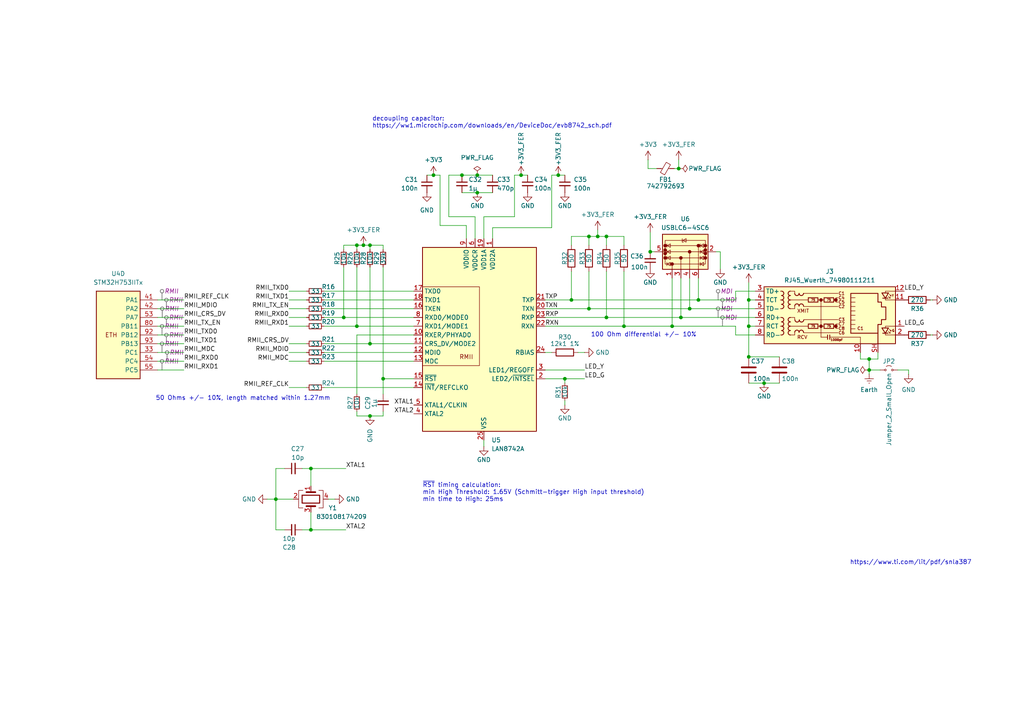
<source format=kicad_sch>
(kicad_sch
	(version 20231120)
	(generator "eeschema")
	(generator_version "8.0")
	(uuid "646f0ec7-69cc-4f42-8786-19ce68dbe63b")
	(paper "A4")
	
	(junction
		(at 196.85 48.895)
		(diameter 0)
		(color 0 0 0 0)
		(uuid "049ee6f0-edd9-4de9-9d41-d67b7d7371c4")
	)
	(junction
		(at 252.095 107.315)
		(diameter 0)
		(color 0 0 0 0)
		(uuid "0a4dc002-a1a1-4420-82d9-0f8650ef61be")
	)
	(junction
		(at 111.125 109.855)
		(diameter 0)
		(color 0 0 0 0)
		(uuid "0aeb24f3-d935-490b-b775-65b25b725630")
	)
	(junction
		(at 163.83 109.855)
		(diameter 0)
		(color 0 0 0 0)
		(uuid "1b0dfb70-1ae2-419b-8562-dfad3b9b2ec1")
	)
	(junction
		(at 103.505 94.615)
		(diameter 0)
		(color 0 0 0 0)
		(uuid "2035bcc3-7426-4bcb-8edc-fae5b3357d94")
	)
	(junction
		(at 151.13 50.8)
		(diameter 0)
		(color 0 0 0 0)
		(uuid "2647d42f-9872-4cd1-b370-3dd4abad0ecf")
	)
	(junction
		(at 202.565 86.995)
		(diameter 0)
		(color 0 0 0 0)
		(uuid "31b34c5c-feb7-4343-a199-c34c4443428d")
	)
	(junction
		(at 180.975 94.615)
		(diameter 0)
		(color 0 0 0 0)
		(uuid "365a1506-233c-4ff0-95cc-7f7a59db9742")
	)
	(junction
		(at 107.315 120.65)
		(diameter 0)
		(color 0 0 0 0)
		(uuid "3caa55c8-7e53-48bf-9414-1076f45003e0")
	)
	(junction
		(at 194.945 94.615)
		(diameter 0)
		(color 0 0 0 0)
		(uuid "4369633a-7c55-4b23-8849-c208281a6526")
	)
	(junction
		(at 105.41 71.12)
		(diameter 0)
		(color 0 0 0 0)
		(uuid "4563f12f-6c71-486f-bec4-dc93e0f0bdd0")
	)
	(junction
		(at 165.735 86.995)
		(diameter 0)
		(color 0 0 0 0)
		(uuid "463d78f6-9a6e-4f37-93c6-b49793c12db1")
	)
	(junction
		(at 161.925 50.8)
		(diameter 0)
		(color 0 0 0 0)
		(uuid "4d300525-7eec-4176-997d-066554a55c5b")
	)
	(junction
		(at 221.615 111.125)
		(diameter 0)
		(color 0 0 0 0)
		(uuid "5f43df96-af99-4f70-af0c-81c21162083a")
	)
	(junction
		(at 217.17 86.995)
		(diameter 0)
		(color 0 0 0 0)
		(uuid "608c3ba2-14a8-4f9c-8522-bde368058f20")
	)
	(junction
		(at 80.01 144.78)
		(diameter 0)
		(color 0 0 0 0)
		(uuid "787f373f-9e88-4948-aee8-3d2848b59e9a")
	)
	(junction
		(at 175.895 92.075)
		(diameter 0)
		(color 0 0 0 0)
		(uuid "7fe16ac2-7ca3-4751-a581-5dcb8a6c92fd")
	)
	(junction
		(at 200.025 89.535)
		(diameter 0)
		(color 0 0 0 0)
		(uuid "9475dafa-ebc7-4881-a820-06306bb84810")
	)
	(junction
		(at 125.73 50.8)
		(diameter 0)
		(color 0 0 0 0)
		(uuid "96e1967a-2115-41a7-88e9-acfb9aa5adde")
	)
	(junction
		(at 217.17 103.505)
		(diameter 0)
		(color 0 0 0 0)
		(uuid "9beb3c46-0a2f-4454-ac89-62302ac3b4b6")
	)
	(junction
		(at 99.695 92.075)
		(diameter 0)
		(color 0 0 0 0)
		(uuid "a19ea777-a0c8-4300-8c9c-2eff811d80a8")
	)
	(junction
		(at 173.355 68.58)
		(diameter 0)
		(color 0 0 0 0)
		(uuid "aae18f9d-4e04-46ce-b266-d0e944fa6fe0")
	)
	(junction
		(at 103.505 71.12)
		(diameter 0)
		(color 0 0 0 0)
		(uuid "abafef1c-2e60-46e4-a8ae-5d7767c8353f")
	)
	(junction
		(at 90.17 135.89)
		(diameter 0)
		(color 0 0 0 0)
		(uuid "aebe97b2-90e8-4de5-ae36-1e13702e691f")
	)
	(junction
		(at 217.17 94.615)
		(diameter 0)
		(color 0 0 0 0)
		(uuid "b9cce664-a30d-45fa-9a00-8b22b82def88")
	)
	(junction
		(at 170.815 89.535)
		(diameter 0)
		(color 0 0 0 0)
		(uuid "c3700580-2003-4b1e-b1bb-6f518b3b860f")
	)
	(junction
		(at 107.315 71.12)
		(diameter 0)
		(color 0 0 0 0)
		(uuid "c8b15e7b-5ed9-416a-93dc-b2a461b3b216")
	)
	(junction
		(at 107.315 99.695)
		(diameter 0)
		(color 0 0 0 0)
		(uuid "d39b6d90-3daf-408a-85ef-31f5d5d58189")
	)
	(junction
		(at 170.815 68.58)
		(diameter 0)
		(color 0 0 0 0)
		(uuid "dbd60596-381e-4027-a0e0-5a70fa2bfffb")
	)
	(junction
		(at 197.485 92.075)
		(diameter 0)
		(color 0 0 0 0)
		(uuid "e4de4d00-0894-47cf-b7f6-1c71ac9dd439")
	)
	(junction
		(at 175.895 68.58)
		(diameter 0)
		(color 0 0 0 0)
		(uuid "e67fad01-e732-47db-8c6b-05e5527967e6")
	)
	(junction
		(at 138.43 50.8)
		(diameter 0)
		(color 0 0 0 0)
		(uuid "eb5b30ac-37b3-4752-9ec5-cabbd714e075")
	)
	(junction
		(at 188.595 73.025)
		(diameter 0)
		(color 0 0 0 0)
		(uuid "f00bcc62-17d4-4f90-8f03-15fd4a6927a5")
	)
	(junction
		(at 90.17 153.67)
		(diameter 0)
		(color 0 0 0 0)
		(uuid "f671a679-fe35-4bcb-8fc5-8cfb555ede48")
	)
	(junction
		(at 138.43 55.88)
		(diameter 0)
		(color 0 0 0 0)
		(uuid "f7882165-b142-422f-b8b9-e7dd0618ad3f")
	)
	(junction
		(at 133.985 50.8)
		(diameter 0)
		(color 0 0 0 0)
		(uuid "f8fde5d8-42bd-473d-8f11-6dac1d9074ab")
	)
	(junction
		(at 252.095 104.14)
		(diameter 0)
		(color 0 0 0 0)
		(uuid "fe636ced-f702-4712-8005-0b89218216b5")
	)
	(wire
		(pts
			(xy 217.17 111.125) (xy 221.615 111.125)
		)
		(stroke
			(width 0)
			(type default)
		)
		(uuid "00144ff2-1693-4af6-869b-7e0a6c94bd1c")
	)
	(wire
		(pts
			(xy 160.02 50.8) (xy 160.02 66.04)
		)
		(stroke
			(width 0)
			(type default)
		)
		(uuid "01affafa-6033-4662-b39b-b9bf66857308")
	)
	(wire
		(pts
			(xy 80.01 144.78) (xy 77.47 144.78)
		)
		(stroke
			(width 0)
			(type default)
		)
		(uuid "01ba70ec-75c3-48c2-bdc1-3082c9c1ff85")
	)
	(wire
		(pts
			(xy 263.525 108.585) (xy 263.525 107.315)
		)
		(stroke
			(width 0)
			(type default)
		)
		(uuid "06da63f1-7d48-4675-bf23-6154b3e6b7ac")
	)
	(wire
		(pts
			(xy 170.815 68.58) (xy 173.355 68.58)
		)
		(stroke
			(width 0)
			(type default)
		)
		(uuid "08911034-c627-4506-90df-866254fed377")
	)
	(wire
		(pts
			(xy 188.595 73.025) (xy 189.865 73.025)
		)
		(stroke
			(width 0)
			(type default)
		)
		(uuid "0af78097-134e-4eab-8e4d-2b17537b0a86")
	)
	(wire
		(pts
			(xy 103.505 71.12) (xy 103.505 72.39)
		)
		(stroke
			(width 0)
			(type default)
		)
		(uuid "0d4f2b73-4153-4178-a506-1e102a676c5a")
	)
	(wire
		(pts
			(xy 173.355 68.58) (xy 175.895 68.58)
		)
		(stroke
			(width 0)
			(type default)
		)
		(uuid "0fccca0a-4dda-4e18-8f4f-5693216504e8")
	)
	(wire
		(pts
			(xy 170.815 78.74) (xy 170.815 89.535)
		)
		(stroke
			(width 0)
			(type default)
		)
		(uuid "15301487-0332-4c24-87d6-9ebe513c5aa8")
	)
	(wire
		(pts
			(xy 180.975 78.74) (xy 180.975 94.615)
		)
		(stroke
			(width 0)
			(type default)
		)
		(uuid "16d55de7-d73b-4de9-a28a-2ad1512f7552")
	)
	(wire
		(pts
			(xy 173.355 66.675) (xy 173.355 68.58)
		)
		(stroke
			(width 0)
			(type default)
		)
		(uuid "20e0de63-6e19-4287-9b59-e7006fd03ea4")
	)
	(wire
		(pts
			(xy 165.735 71.12) (xy 165.735 68.58)
		)
		(stroke
			(width 0)
			(type default)
		)
		(uuid "2125a24a-c2df-4b5f-9ce4-1ba7ca1ac7f3")
	)
	(wire
		(pts
			(xy 217.17 94.615) (xy 219.075 94.615)
		)
		(stroke
			(width 0)
			(type default)
		)
		(uuid "220e8c9f-eddd-4d41-b867-0777ab93f49f")
	)
	(wire
		(pts
			(xy 45.72 92.075) (xy 53.34 92.075)
		)
		(stroke
			(width 0)
			(type default)
		)
		(uuid "23d2efb4-7bcc-48a4-909b-bbd3d05a2745")
	)
	(wire
		(pts
			(xy 158.115 94.615) (xy 180.975 94.615)
		)
		(stroke
			(width 0)
			(type default)
		)
		(uuid "2654fbbe-d5a5-49a7-96c1-e5d3d9cbd202")
	)
	(wire
		(pts
			(xy 103.505 97.155) (xy 103.505 114.3)
		)
		(stroke
			(width 0)
			(type default)
		)
		(uuid "26b370ea-f94a-4cc7-8796-34563f511ab4")
	)
	(wire
		(pts
			(xy 83.82 92.075) (xy 88.9 92.075)
		)
		(stroke
			(width 0)
			(type default)
		)
		(uuid "28e1c6e0-596e-45fc-a2ae-dfd4218dcc2b")
	)
	(wire
		(pts
			(xy 93.98 89.535) (xy 120.015 89.535)
		)
		(stroke
			(width 0)
			(type default)
		)
		(uuid "2908b5f3-1eb4-488d-b97d-e1d760736771")
	)
	(wire
		(pts
			(xy 125.73 50.8) (xy 127.635 50.8)
		)
		(stroke
			(width 0)
			(type default)
		)
		(uuid "290a9c70-f7fb-4e52-9ec5-3c44da9fa8bb")
	)
	(wire
		(pts
			(xy 127.635 65.405) (xy 135.255 65.405)
		)
		(stroke
			(width 0)
			(type default)
		)
		(uuid "29531760-dd99-46ec-b090-373b73def878")
	)
	(wire
		(pts
			(xy 93.98 92.075) (xy 99.695 92.075)
		)
		(stroke
			(width 0)
			(type default)
		)
		(uuid "2b2480a8-a9e9-4d94-a36d-49898046089b")
	)
	(wire
		(pts
			(xy 45.72 104.775) (xy 53.34 104.775)
		)
		(stroke
			(width 0)
			(type default)
		)
		(uuid "2d1889fb-b78d-46bc-9b9f-a77d13ac50da")
	)
	(wire
		(pts
			(xy 149.225 62.865) (xy 140.335 62.865)
		)
		(stroke
			(width 0)
			(type default)
		)
		(uuid "2da8ee30-603c-4699-bd2a-d6150ecec628")
	)
	(wire
		(pts
			(xy 45.72 102.235) (xy 53.34 102.235)
		)
		(stroke
			(width 0)
			(type default)
		)
		(uuid "2fcd5923-5415-4aa0-b1b2-2572d5169ef0")
	)
	(wire
		(pts
			(xy 213.36 97.155) (xy 213.36 94.615)
		)
		(stroke
			(width 0)
			(type default)
		)
		(uuid "303ec749-b4df-4895-af78-935caf4ffa85")
	)
	(wire
		(pts
			(xy 249.555 102.235) (xy 249.555 104.14)
		)
		(stroke
			(width 0)
			(type default)
		)
		(uuid "339e1b2d-bb9b-420b-8721-d254f6400d5d")
	)
	(wire
		(pts
			(xy 83.82 102.235) (xy 88.9 102.235)
		)
		(stroke
			(width 0)
			(type default)
		)
		(uuid "34208d06-6624-45f4-8759-b98580b4cab6")
	)
	(wire
		(pts
			(xy 93.98 102.235) (xy 120.015 102.235)
		)
		(stroke
			(width 0)
			(type default)
		)
		(uuid "35e81548-5ac8-467a-a178-4c0ac688ccd6")
	)
	(wire
		(pts
			(xy 83.82 94.615) (xy 88.9 94.615)
		)
		(stroke
			(width 0)
			(type default)
		)
		(uuid "3a18ed65-3736-42ee-a19e-d4fe4e0db912")
	)
	(wire
		(pts
			(xy 130.175 50.8) (xy 130.175 62.865)
		)
		(stroke
			(width 0)
			(type default)
		)
		(uuid "429cc455-908c-4731-9f3e-59cdf1306dda")
	)
	(wire
		(pts
			(xy 83.82 89.535) (xy 88.9 89.535)
		)
		(stroke
			(width 0)
			(type default)
		)
		(uuid "436c1e9b-5847-48e1-8461-50d0c76d4f4d")
	)
	(wire
		(pts
			(xy 163.83 109.855) (xy 158.115 109.855)
		)
		(stroke
			(width 0)
			(type default)
		)
		(uuid "43dae1d9-5de7-4a35-8a77-507e554c0068")
	)
	(wire
		(pts
			(xy 187.96 48.895) (xy 190.5 48.895)
		)
		(stroke
			(width 0)
			(type default)
		)
		(uuid "48a5b44a-d3cd-4119-adc8-7a67986557fb")
	)
	(wire
		(pts
			(xy 165.735 86.995) (xy 202.565 86.995)
		)
		(stroke
			(width 0)
			(type default)
		)
		(uuid "49a09884-c4f9-4fb9-af64-7c5e38ae0089")
	)
	(wire
		(pts
			(xy 175.895 92.075) (xy 197.485 92.075)
		)
		(stroke
			(width 0)
			(type default)
		)
		(uuid "4b7f8fc0-827f-4f00-b156-8f616aaebcf6")
	)
	(wire
		(pts
			(xy 194.945 94.615) (xy 213.36 94.615)
		)
		(stroke
			(width 0)
			(type default)
		)
		(uuid "4b84dd7b-806f-4ed2-9d62-df9122e4e6e6")
	)
	(wire
		(pts
			(xy 107.315 77.47) (xy 107.315 99.695)
		)
		(stroke
			(width 0)
			(type default)
		)
		(uuid "4bc5c759-75f0-40ef-a141-a41cb1f491fc")
	)
	(wire
		(pts
			(xy 175.895 78.74) (xy 175.895 92.075)
		)
		(stroke
			(width 0)
			(type default)
		)
		(uuid "4d5374fe-a43a-4c9b-b414-195fc28fb9b7")
	)
	(wire
		(pts
			(xy 111.125 72.39) (xy 111.125 71.12)
		)
		(stroke
			(width 0)
			(type default)
		)
		(uuid "4dff4e67-cad5-4f92-98a5-4953a8dd4e56")
	)
	(wire
		(pts
			(xy 82.55 153.67) (xy 80.01 153.67)
		)
		(stroke
			(width 0)
			(type default)
		)
		(uuid "4e385c0d-88cc-48c9-a4b5-aefeda986768")
	)
	(wire
		(pts
			(xy 133.985 55.88) (xy 138.43 55.88)
		)
		(stroke
			(width 0)
			(type default)
		)
		(uuid "522a4a19-7f4a-411b-b5a1-ed8003c0efd3")
	)
	(wire
		(pts
			(xy 83.82 86.995) (xy 88.9 86.995)
		)
		(stroke
			(width 0)
			(type default)
		)
		(uuid "52bf19ae-217a-4d6e-9ab1-0d2ab2ccf89a")
	)
	(wire
		(pts
			(xy 270.51 86.995) (xy 269.875 86.995)
		)
		(stroke
			(width 0)
			(type default)
		)
		(uuid "55698565-bacc-4261-aa34-18d5c76ebd76")
	)
	(wire
		(pts
			(xy 83.82 84.455) (xy 88.9 84.455)
		)
		(stroke
			(width 0)
			(type default)
		)
		(uuid "5937e630-c0ef-452a-b08d-abca98131ba2")
	)
	(wire
		(pts
			(xy 45.72 89.535) (xy 53.34 89.535)
		)
		(stroke
			(width 0)
			(type default)
		)
		(uuid "5e24a51b-7d35-445e-a28a-0a7f428dde79")
	)
	(wire
		(pts
			(xy 95.25 144.78) (xy 97.155 144.78)
		)
		(stroke
			(width 0)
			(type default)
		)
		(uuid "61508d60-da4b-43b3-894f-9d6e19fa150a")
	)
	(wire
		(pts
			(xy 103.505 97.155) (xy 120.015 97.155)
		)
		(stroke
			(width 0)
			(type default)
		)
		(uuid "61b320ff-404a-46cc-a700-a316d6f91a6b")
	)
	(wire
		(pts
			(xy 187.96 46.355) (xy 187.96 48.895)
		)
		(stroke
			(width 0)
			(type default)
		)
		(uuid "61d58686-f4f3-4cd0-9e72-c6599e6e60e5")
	)
	(wire
		(pts
			(xy 202.565 80.645) (xy 202.565 86.995)
		)
		(stroke
			(width 0)
			(type default)
		)
		(uuid "62d3a61c-f94d-4ec5-ae3c-b6b037886d47")
	)
	(wire
		(pts
			(xy 163.83 109.855) (xy 163.83 111.125)
		)
		(stroke
			(width 0)
			(type default)
		)
		(uuid "674f085f-fb53-4729-8e44-4201119212aa")
	)
	(wire
		(pts
			(xy 130.175 50.8) (xy 133.985 50.8)
		)
		(stroke
			(width 0)
			(type default)
		)
		(uuid "68f2f386-eb02-421e-a7d1-2f8fbe6da36d")
	)
	(wire
		(pts
			(xy 213.36 84.455) (xy 219.075 84.455)
		)
		(stroke
			(width 0)
			(type default)
		)
		(uuid "6afcbffe-476b-4748-95fe-8ea452c242cd")
	)
	(wire
		(pts
			(xy 45.72 99.695) (xy 53.34 99.695)
		)
		(stroke
			(width 0)
			(type default)
		)
		(uuid "6b66700f-6440-4a98-9ea2-912876cb0c86")
	)
	(wire
		(pts
			(xy 252.095 107.315) (xy 255.27 107.315)
		)
		(stroke
			(width 0)
			(type default)
		)
		(uuid "6c6c5d66-4a78-43a2-ad9f-8471ed731a0b")
	)
	(wire
		(pts
			(xy 180.975 68.58) (xy 180.975 71.12)
		)
		(stroke
			(width 0)
			(type default)
		)
		(uuid "6c972cd1-4da0-4615-aed0-1b0e67e4768a")
	)
	(wire
		(pts
			(xy 219.075 86.995) (xy 217.17 86.995)
		)
		(stroke
			(width 0)
			(type default)
		)
		(uuid "6e785828-3fe3-4bff-b9a6-2ec11b609e3c")
	)
	(wire
		(pts
			(xy 93.98 104.775) (xy 120.015 104.775)
		)
		(stroke
			(width 0)
			(type default)
		)
		(uuid "70012f6e-429d-42e8-b068-535d4aff1b38")
	)
	(wire
		(pts
			(xy 103.505 71.12) (xy 105.41 71.12)
		)
		(stroke
			(width 0)
			(type default)
		)
		(uuid "7129da73-7193-432a-864d-9d42b90060be")
	)
	(wire
		(pts
			(xy 217.17 103.505) (xy 226.06 103.505)
		)
		(stroke
			(width 0)
			(type default)
		)
		(uuid "78aba207-eb8b-48e5-be39-c7b69e8a494c")
	)
	(wire
		(pts
			(xy 270.51 97.155) (xy 269.875 97.155)
		)
		(stroke
			(width 0)
			(type default)
		)
		(uuid "7bcc2f40-53e0-4560-bac4-206255dca4e5")
	)
	(wire
		(pts
			(xy 99.695 92.075) (xy 120.015 92.075)
		)
		(stroke
			(width 0)
			(type default)
		)
		(uuid "7c2481da-70c0-4909-862e-16149359c609")
	)
	(wire
		(pts
			(xy 133.985 50.8) (xy 138.43 50.8)
		)
		(stroke
			(width 0)
			(type default)
		)
		(uuid "7c97ce75-94c9-4b10-8262-850d8bbb3df6")
	)
	(wire
		(pts
			(xy 90.17 135.89) (xy 90.17 140.97)
		)
		(stroke
			(width 0)
			(type default)
		)
		(uuid "7ea64745-433b-4445-8340-fe5232f8e914")
	)
	(wire
		(pts
			(xy 93.98 112.395) (xy 120.015 112.395)
		)
		(stroke
			(width 0)
			(type default)
		)
		(uuid "7fbc9325-e968-4f74-9b93-5bd8d08d7e5f")
	)
	(wire
		(pts
			(xy 93.98 84.455) (xy 120.015 84.455)
		)
		(stroke
			(width 0)
			(type default)
		)
		(uuid "80a4a5ca-feda-453f-b37e-273cf993fdbe")
	)
	(wire
		(pts
			(xy 169.545 107.315) (xy 158.115 107.315)
		)
		(stroke
			(width 0)
			(type default)
		)
		(uuid "812ff3f7-f076-40b5-8856-3a597416b7eb")
	)
	(wire
		(pts
			(xy 208.915 78.105) (xy 208.915 73.025)
		)
		(stroke
			(width 0)
			(type default)
		)
		(uuid "83ea4a83-a30c-48bd-9175-53b0aa084a6a")
	)
	(wire
		(pts
			(xy 99.695 77.47) (xy 99.695 92.075)
		)
		(stroke
			(width 0)
			(type default)
		)
		(uuid "871fb53c-fd13-4b02-abc0-fe5e27b7b0a5")
	)
	(wire
		(pts
			(xy 158.115 89.535) (xy 170.815 89.535)
		)
		(stroke
			(width 0)
			(type default)
		)
		(uuid "8a403cb8-dfd3-4ae5-be0f-3761e62ab178")
	)
	(wire
		(pts
			(xy 83.82 99.695) (xy 88.9 99.695)
		)
		(stroke
			(width 0)
			(type default)
		)
		(uuid "8a5a1edd-b612-4278-ace6-d9a58e952d76")
	)
	(wire
		(pts
			(xy 103.505 94.615) (xy 120.015 94.615)
		)
		(stroke
			(width 0)
			(type default)
		)
		(uuid "8bc3e9a0-e3c7-4ab7-81fe-5f240abc8e28")
	)
	(wire
		(pts
			(xy 208.915 73.025) (xy 207.645 73.025)
		)
		(stroke
			(width 0)
			(type default)
		)
		(uuid "8c28dfd6-f055-4f0f-bfd7-60187e203c7b")
	)
	(wire
		(pts
			(xy 169.545 109.855) (xy 163.83 109.855)
		)
		(stroke
			(width 0)
			(type default)
		)
		(uuid "8ded6cc0-737a-4c89-89a1-f1139eb4cc8e")
	)
	(wire
		(pts
			(xy 83.82 104.775) (xy 88.9 104.775)
		)
		(stroke
			(width 0)
			(type default)
		)
		(uuid "8e0b8178-31de-48d9-b9c1-9458379f8036")
	)
	(wire
		(pts
			(xy 197.485 80.645) (xy 197.485 92.075)
		)
		(stroke
			(width 0)
			(type default)
		)
		(uuid "8e687512-2e02-42e9-aa27-bf833b5e8bdc")
	)
	(wire
		(pts
			(xy 165.735 78.74) (xy 165.735 86.995)
		)
		(stroke
			(width 0)
			(type default)
		)
		(uuid "91da2b26-22a0-4542-b2ee-931d057c3727")
	)
	(wire
		(pts
			(xy 90.17 153.67) (xy 87.63 153.67)
		)
		(stroke
			(width 0)
			(type default)
		)
		(uuid "92bf7c38-400d-49d1-ad9d-4d9a6ce02c7c")
	)
	(wire
		(pts
			(xy 217.17 81.915) (xy 217.17 86.995)
		)
		(stroke
			(width 0)
			(type default)
		)
		(uuid "94478a99-c3c4-4e4c-a495-d24168655c5f")
	)
	(wire
		(pts
			(xy 127.635 50.8) (xy 127.635 65.405)
		)
		(stroke
			(width 0)
			(type default)
		)
		(uuid "94a1c5ba-7c20-4a13-9b87-f0fa0e9f28df")
	)
	(wire
		(pts
			(xy 254.635 102.235) (xy 254.635 104.14)
		)
		(stroke
			(width 0)
			(type default)
		)
		(uuid "952da97a-927e-4ca1-baaf-7ff4a88abfb2")
	)
	(wire
		(pts
			(xy 200.025 80.645) (xy 200.025 89.535)
		)
		(stroke
			(width 0)
			(type default)
		)
		(uuid "9548ff77-0a4c-4549-9c8e-d0fd9f1e6a40")
	)
	(wire
		(pts
			(xy 252.095 104.14) (xy 254.635 104.14)
		)
		(stroke
			(width 0)
			(type default)
		)
		(uuid "97f110a7-551f-4025-aabc-dea7c2b7dcd7")
	)
	(wire
		(pts
			(xy 249.555 104.14) (xy 252.095 104.14)
		)
		(stroke
			(width 0)
			(type default)
		)
		(uuid "984cd56c-c49f-48f8-aa4b-f552714fdc23")
	)
	(wire
		(pts
			(xy 45.72 107.315) (xy 53.34 107.315)
		)
		(stroke
			(width 0)
			(type default)
		)
		(uuid "9885e643-76f4-43fa-bcbf-55ff7c90248a")
	)
	(wire
		(pts
			(xy 80.01 135.89) (xy 82.55 135.89)
		)
		(stroke
			(width 0)
			(type default)
		)
		(uuid "9b556e72-6b69-440e-8dd6-395eced69758")
	)
	(wire
		(pts
			(xy 260.35 107.315) (xy 263.525 107.315)
		)
		(stroke
			(width 0)
			(type default)
		)
		(uuid "9cf1c10b-b647-46e8-a76f-84bc75175116")
	)
	(wire
		(pts
			(xy 200.025 89.535) (xy 219.075 89.535)
		)
		(stroke
			(width 0)
			(type default)
		)
		(uuid "9d3da8a4-f830-4814-ae63-5a93f6e6f974")
	)
	(wire
		(pts
			(xy 83.82 112.395) (xy 88.9 112.395)
		)
		(stroke
			(width 0)
			(type default)
		)
		(uuid "9d47613c-b2e9-47d4-b847-783c0eecfe36")
	)
	(wire
		(pts
			(xy 80.01 144.78) (xy 85.09 144.78)
		)
		(stroke
			(width 0)
			(type default)
		)
		(uuid "9e328c0b-b8d0-44c3-9502-a376eb60c70f")
	)
	(wire
		(pts
			(xy 195.58 48.895) (xy 196.85 48.895)
		)
		(stroke
			(width 0)
			(type default)
		)
		(uuid "9f77652f-e7f9-4d2e-9fd8-b7fed4b023d7")
	)
	(wire
		(pts
			(xy 45.72 97.155) (xy 53.34 97.155)
		)
		(stroke
			(width 0)
			(type default)
		)
		(uuid "a15bffc4-03ec-4494-b211-30b28e55de7c")
	)
	(wire
		(pts
			(xy 161.925 50.8) (xy 163.83 50.8)
		)
		(stroke
			(width 0)
			(type default)
		)
		(uuid "a1b019fd-8deb-484b-9046-8f51a332eb08")
	)
	(wire
		(pts
			(xy 107.315 120.65) (xy 111.125 120.65)
		)
		(stroke
			(width 0)
			(type default)
		)
		(uuid "a217d090-1d38-4eee-829a-2cd8d5b17e1d")
	)
	(wire
		(pts
			(xy 100.33 135.89) (xy 90.17 135.89)
		)
		(stroke
			(width 0)
			(type default)
		)
		(uuid "a3ac8f3e-6ccb-4afa-b5be-fc8a54d1b5c3")
	)
	(wire
		(pts
			(xy 160.02 50.8) (xy 161.925 50.8)
		)
		(stroke
			(width 0)
			(type default)
		)
		(uuid "a6e42b82-5250-4794-aa1b-6a9d3cc2a740")
	)
	(wire
		(pts
			(xy 93.98 86.995) (xy 120.015 86.995)
		)
		(stroke
			(width 0)
			(type default)
		)
		(uuid "a7868e83-bfe3-479d-bf66-bb3b1a2e03db")
	)
	(wire
		(pts
			(xy 153.035 50.8) (xy 151.13 50.8)
		)
		(stroke
			(width 0)
			(type default)
		)
		(uuid "a78d45b3-6f4b-40c8-b675-b373cdf2db95")
	)
	(wire
		(pts
			(xy 80.01 144.78) (xy 80.01 135.89)
		)
		(stroke
			(width 0)
			(type default)
		)
		(uuid "a80f71b5-806b-448e-8d71-c0fa43b87a80")
	)
	(wire
		(pts
			(xy 160.02 66.04) (xy 142.875 66.04)
		)
		(stroke
			(width 0)
			(type default)
		)
		(uuid "aca29c85-595d-4868-bff2-7837dc83bbb1")
	)
	(wire
		(pts
			(xy 175.895 68.58) (xy 175.895 71.12)
		)
		(stroke
			(width 0)
			(type default)
		)
		(uuid "acfd7b76-16dc-49f2-a48a-5c7cd1ce04e7")
	)
	(wire
		(pts
			(xy 45.72 86.995) (xy 53.34 86.995)
		)
		(stroke
			(width 0)
			(type default)
		)
		(uuid "ad8abd60-dcfd-4719-84a8-2aa3bb4d78e2")
	)
	(wire
		(pts
			(xy 100.33 153.67) (xy 90.17 153.67)
		)
		(stroke
			(width 0)
			(type default)
		)
		(uuid "adc8bd2c-37d6-4047-8788-f3094fbc5d11")
	)
	(wire
		(pts
			(xy 103.505 77.47) (xy 103.505 94.615)
		)
		(stroke
			(width 0)
			(type default)
		)
		(uuid "b147d74c-0249-49e5-ba86-6d63126ec931")
	)
	(wire
		(pts
			(xy 140.335 127.635) (xy 140.335 129.54)
		)
		(stroke
			(width 0)
			(type default)
		)
		(uuid "b15c7db4-bbd8-467f-ada9-e6ccec227f53")
	)
	(wire
		(pts
			(xy 217.17 94.615) (xy 217.17 103.505)
		)
		(stroke
			(width 0)
			(type default)
		)
		(uuid "b3b6295f-3bd7-4cb7-8d2f-5eb061c3ec6f")
	)
	(wire
		(pts
			(xy 196.85 46.355) (xy 196.85 48.895)
		)
		(stroke
			(width 0)
			(type default)
		)
		(uuid "b3eb0eee-b544-43cc-ac14-ef786a2e8e70")
	)
	(wire
		(pts
			(xy 123.825 50.8) (xy 125.73 50.8)
		)
		(stroke
			(width 0)
			(type default)
		)
		(uuid "b52cdca1-6194-43f7-a3da-9f51f82530cf")
	)
	(wire
		(pts
			(xy 45.72 94.615) (xy 53.34 94.615)
		)
		(stroke
			(width 0)
			(type default)
		)
		(uuid "b659373f-abac-4095-91b7-3cd134be45d6")
	)
	(wire
		(pts
			(xy 103.505 120.65) (xy 107.315 120.65)
		)
		(stroke
			(width 0)
			(type default)
		)
		(uuid "b73903b7-494b-4637-8729-42a2bd00ff34")
	)
	(wire
		(pts
			(xy 135.255 65.405) (xy 135.255 69.215)
		)
		(stroke
			(width 0)
			(type default)
		)
		(uuid "b9e03fb6-2f0c-4279-b9d4-c71f9ecc5acc")
	)
	(wire
		(pts
			(xy 197.485 92.075) (xy 219.075 92.075)
		)
		(stroke
			(width 0)
			(type default)
		)
		(uuid "bba6544d-7714-4872-8583-92941f4db7f0")
	)
	(wire
		(pts
			(xy 221.615 111.125) (xy 226.06 111.125)
		)
		(stroke
			(width 0)
			(type default)
		)
		(uuid "bbbb2aa4-d452-4a66-bb98-5d058a59c6cb")
	)
	(wire
		(pts
			(xy 111.125 120.65) (xy 111.125 119.38)
		)
		(stroke
			(width 0)
			(type default)
		)
		(uuid "bc65dd97-6b27-46a0-a9b7-12090675e50e")
	)
	(wire
		(pts
			(xy 170.815 89.535) (xy 200.025 89.535)
		)
		(stroke
			(width 0)
			(type default)
		)
		(uuid "bd0553eb-77a6-4647-a4c3-297b942873da")
	)
	(wire
		(pts
			(xy 99.695 71.12) (xy 103.505 71.12)
		)
		(stroke
			(width 0)
			(type default)
		)
		(uuid "be79e75b-7ed4-4d49-a22c-57af6699a84b")
	)
	(wire
		(pts
			(xy 158.115 92.075) (xy 175.895 92.075)
		)
		(stroke
			(width 0)
			(type default)
		)
		(uuid "bea9ac0c-383b-43e8-bd7a-ed1b0184cb56")
	)
	(wire
		(pts
			(xy 163.83 116.205) (xy 163.83 117.475)
		)
		(stroke
			(width 0)
			(type default)
		)
		(uuid "bf9515c4-18eb-4e02-b1ea-e1efa3d812c6")
	)
	(wire
		(pts
			(xy 252.095 104.14) (xy 252.095 107.315)
		)
		(stroke
			(width 0)
			(type default)
		)
		(uuid "c00f1a19-9a24-4f94-a353-f0a3934af9f0")
	)
	(wire
		(pts
			(xy 194.945 80.645) (xy 194.945 94.615)
		)
		(stroke
			(width 0)
			(type default)
		)
		(uuid "c296004b-d4fc-4e63-abd8-d81f9db587bc")
	)
	(wire
		(pts
			(xy 160.02 102.235) (xy 158.115 102.235)
		)
		(stroke
			(width 0)
			(type default)
		)
		(uuid "c2a5f62a-48ec-4025-9c16-f41f634127df")
	)
	(wire
		(pts
			(xy 93.98 94.615) (xy 103.505 94.615)
		)
		(stroke
			(width 0)
			(type default)
		)
		(uuid "c4f9098d-65a2-45fb-a988-1643465e1e0a")
	)
	(wire
		(pts
			(xy 107.315 99.695) (xy 120.015 99.695)
		)
		(stroke
			(width 0)
			(type default)
		)
		(uuid "c50b4b23-93b6-4403-895a-1d659fd37072")
	)
	(wire
		(pts
			(xy 151.13 50.8) (xy 149.225 50.8)
		)
		(stroke
			(width 0)
			(type default)
		)
		(uuid "c53fef38-6ac5-421b-a1b6-5eebd9c4aea7")
	)
	(wire
		(pts
			(xy 99.695 72.39) (xy 99.695 71.12)
		)
		(stroke
			(width 0)
			(type default)
		)
		(uuid "c9abb0ee-9525-464f-8566-fa1f334bf4be")
	)
	(wire
		(pts
			(xy 165.735 86.995) (xy 158.115 86.995)
		)
		(stroke
			(width 0)
			(type default)
		)
		(uuid "cc6e4fa6-f53d-490b-8743-526a9100e71d")
	)
	(wire
		(pts
			(xy 188.595 67.31) (xy 188.595 73.025)
		)
		(stroke
			(width 0)
			(type default)
		)
		(uuid "cd10e510-1d6c-49af-97e6-ac8446a06643")
	)
	(wire
		(pts
			(xy 111.125 109.855) (xy 111.125 114.3)
		)
		(stroke
			(width 0)
			(type default)
		)
		(uuid "cd86c8f3-b5bc-42ac-9da9-c963d31692ac")
	)
	(wire
		(pts
			(xy 213.36 97.155) (xy 219.075 97.155)
		)
		(stroke
			(width 0)
			(type default)
		)
		(uuid "cdf3343a-e54a-48d4-a6b3-953fb3fa9220")
	)
	(wire
		(pts
			(xy 252.095 107.315) (xy 252.095 108.585)
		)
		(stroke
			(width 0)
			(type default)
		)
		(uuid "d0c6e02d-e1dd-4228-9250-0c868f09525e")
	)
	(wire
		(pts
			(xy 165.735 68.58) (xy 170.815 68.58)
		)
		(stroke
			(width 0)
			(type default)
		)
		(uuid "d1826d52-0eba-4306-9409-8f71d86591ce")
	)
	(wire
		(pts
			(xy 111.125 77.47) (xy 111.125 109.855)
		)
		(stroke
			(width 0)
			(type default)
		)
		(uuid "d2644571-80d5-4129-81fa-97523e1d52af")
	)
	(wire
		(pts
			(xy 103.505 119.38) (xy 103.505 120.65)
		)
		(stroke
			(width 0)
			(type default)
		)
		(uuid "d32a798a-2e1b-4535-8805-d7e5ea0eaae2")
	)
	(wire
		(pts
			(xy 137.795 62.865) (xy 137.795 69.215)
		)
		(stroke
			(width 0)
			(type default)
		)
		(uuid "d7719353-f0ae-4b86-8de9-287fbe617e2c")
	)
	(wire
		(pts
			(xy 80.01 153.67) (xy 80.01 144.78)
		)
		(stroke
			(width 0)
			(type default)
		)
		(uuid "d99d427d-7613-4dc3-975f-e7800535aed9")
	)
	(wire
		(pts
			(xy 111.125 109.855) (xy 120.015 109.855)
		)
		(stroke
			(width 0)
			(type default)
		)
		(uuid "dacf0e3f-18ef-4c5e-8bbc-d74e44e547ea")
	)
	(wire
		(pts
			(xy 130.175 62.865) (xy 137.795 62.865)
		)
		(stroke
			(width 0)
			(type default)
		)
		(uuid "db4fcfd2-aede-4844-ac04-0715279789dd")
	)
	(wire
		(pts
			(xy 217.17 86.995) (xy 217.17 94.615)
		)
		(stroke
			(width 0)
			(type default)
		)
		(uuid "dd18eb2c-730b-4e31-ae7a-f77b42140eed")
	)
	(wire
		(pts
			(xy 180.975 94.615) (xy 194.945 94.615)
		)
		(stroke
			(width 0)
			(type default)
		)
		(uuid "e155ea79-d884-4589-86ae-8bf43c64a009")
	)
	(wire
		(pts
			(xy 170.815 68.58) (xy 170.815 71.12)
		)
		(stroke
			(width 0)
			(type default)
		)
		(uuid "e50b5493-8d01-4a3e-887c-511eeba7286c")
	)
	(wire
		(pts
			(xy 107.315 71.12) (xy 107.315 72.39)
		)
		(stroke
			(width 0)
			(type default)
		)
		(uuid "e5eb505e-e779-4399-a8f9-e3921bbc7710")
	)
	(wire
		(pts
			(xy 149.225 50.8) (xy 149.225 62.865)
		)
		(stroke
			(width 0)
			(type default)
		)
		(uuid "e7abd211-a126-4e86-8ac4-cd6f7b1d8db2")
	)
	(wire
		(pts
			(xy 175.895 68.58) (xy 180.975 68.58)
		)
		(stroke
			(width 0)
			(type default)
		)
		(uuid "e9739e40-1808-4fcf-b512-cf42ab4a7959")
	)
	(wire
		(pts
			(xy 87.63 135.89) (xy 90.17 135.89)
		)
		(stroke
			(width 0)
			(type default)
		)
		(uuid "ec87a965-a33e-4bb4-8d61-2d5e11d06920")
	)
	(wire
		(pts
			(xy 169.545 102.235) (xy 167.64 102.235)
		)
		(stroke
			(width 0)
			(type default)
		)
		(uuid "ee017901-6604-4033-9edb-84ee8341180e")
	)
	(wire
		(pts
			(xy 105.41 71.12) (xy 107.315 71.12)
		)
		(stroke
			(width 0)
			(type default)
		)
		(uuid "eecbef23-46b2-4aa9-8bef-65f283b4ddb7")
	)
	(wire
		(pts
			(xy 142.875 66.04) (xy 142.875 69.215)
		)
		(stroke
			(width 0)
			(type default)
		)
		(uuid "ef6e78f6-c7ec-4702-9f2f-afc339511181")
	)
	(wire
		(pts
			(xy 213.36 84.455) (xy 213.36 86.995)
		)
		(stroke
			(width 0)
			(type default)
		)
		(uuid "f046ebd9-0e75-4b81-b0e1-a29ab86d327a")
	)
	(wire
		(pts
			(xy 90.17 148.59) (xy 90.17 153.67)
		)
		(stroke
			(width 0)
			(type default)
		)
		(uuid "f0ad7163-6cf0-4dc0-8878-cd318ce0e966")
	)
	(wire
		(pts
			(xy 138.43 50.8) (xy 142.875 50.8)
		)
		(stroke
			(width 0)
			(type default)
		)
		(uuid "f23d3adc-604b-4fd1-8d73-2802a9086ee8")
	)
	(wire
		(pts
			(xy 93.98 99.695) (xy 107.315 99.695)
		)
		(stroke
			(width 0)
			(type default)
		)
		(uuid "f356096d-2687-4997-8b33-afe93c339623")
	)
	(wire
		(pts
			(xy 111.125 71.12) (xy 107.315 71.12)
		)
		(stroke
			(width 0)
			(type default)
		)
		(uuid "f720fd59-61a1-409a-95ec-f86ffbe4a665")
	)
	(wire
		(pts
			(xy 138.43 55.88) (xy 142.875 55.88)
		)
		(stroke
			(width 0)
			(type default)
		)
		(uuid "fd0b2736-439e-4d04-8d91-08fda19dd721")
	)
	(wire
		(pts
			(xy 202.565 86.995) (xy 213.36 86.995)
		)
		(stroke
			(width 0)
			(type default)
		)
		(uuid "fd79d2dc-88de-46de-80ed-e7c3404d6f02")
	)
	(wire
		(pts
			(xy 140.335 62.865) (xy 140.335 69.215)
		)
		(stroke
			(width 0)
			(type default)
		)
		(uuid "fd9413b9-7e53-4c78-b960-1364993f86fe")
	)
	(text "https://www.ti.com/lit/pdf/snla387"
		(exclude_from_sim no)
		(at 264.16 163.195 0)
		(effects
			(font
				(size 1.27 1.27)
			)
		)
		(uuid "07355253-d57a-4889-91b8-64d92046556e")
	)
	(text "~{RST} timing calculation:\nmin High Threshold: 1.65V (Schmitt-trigger High input threshold)\nmin time to High: 25ms"
		(exclude_from_sim no)
		(at 122.555 142.875 0)
		(effects
			(font
				(size 1.27 1.27)
			)
			(justify left)
		)
		(uuid "647e5c24-9002-4bcb-9253-b89a1429e58f")
	)
	(text "50 Ohms +/- 10%, length matched within 1.27mm"
		(exclude_from_sim no)
		(at 70.485 115.57 0)
		(effects
			(font
				(size 1.27 1.27)
			)
		)
		(uuid "87c95337-b4e4-4486-8203-c41b42b73555")
	)
	(text "decoupling capacitor:\nhttps://ww1.microchip.com/downloads/en/DeviceDoc/evb8742_sch.pdf"
		(exclude_from_sim no)
		(at 107.95 35.56 0)
		(effects
			(font
				(size 1.27 1.27)
			)
			(justify left)
		)
		(uuid "8daae0bb-64e3-4fc9-80ff-1c40c2265636")
	)
	(text "100 Ohm differential +/- 10%"
		(exclude_from_sim no)
		(at 186.69 97.155 0)
		(effects
			(font
				(size 1.27 1.27)
			)
		)
		(uuid "91dfeb50-624f-42c9-afcf-757a0abe0581")
	)
	(label "RMII_REF_CLK"
		(at 83.82 112.395 180)
		(effects
			(
... [104134 chars truncated]
</source>
